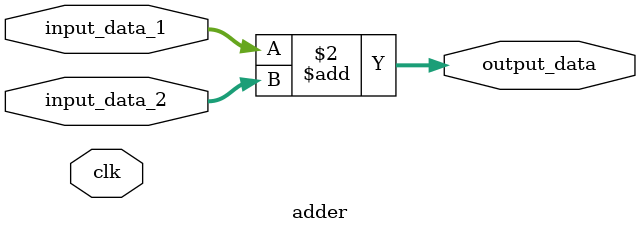
<source format=v>
module adder (clk , input_data_1, input_data_2, output_data);
    input clk;
   
	input [63 : 0] input_data_1, input_data_2;
	output reg [63 : 0] output_data;

     always @(input_data_1) 
        output_data = input_data_1 + input_data_2;
    
endmodule
</source>
